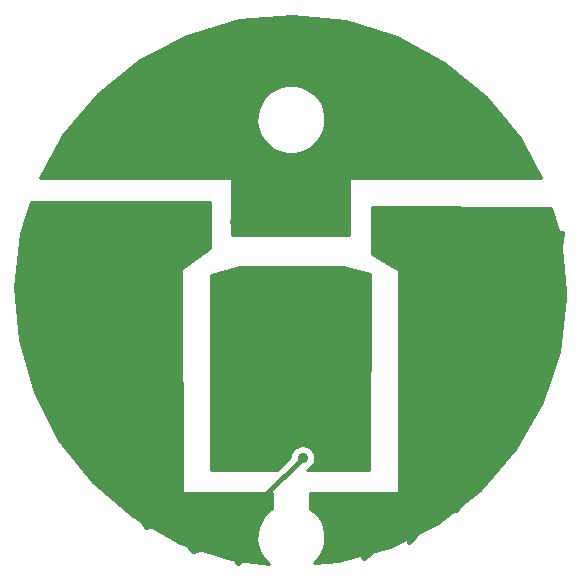
<source format=gbl>
%FSLAX34Y34*%
G04 Gerber Fmt 3.4, Leading zero omitted, Abs format*
G04 (created by PCBNEW (2014-jan-25)-product) date Wed 23 Sep 2015 02:14:26 PM EDT*
%MOIN*%
G01*
G70*
G90*
G04 APERTURE LIST*
%ADD10C,0.005906*%
%ADD11C,0.030000*%
%ADD12R,0.170000X0.170000*%
%ADD13C,0.035000*%
%ADD14C,0.250000*%
%ADD15R,0.400000X0.094000*%
%ADD16C,0.016000*%
%ADD17C,0.010000*%
G04 APERTURE END LIST*
G54D10*
G54D11*
X33133Y-23403D03*
X33133Y-22203D03*
X33133Y-22603D03*
X33133Y-23003D03*
X33133Y-21803D03*
X33133Y-21403D03*
X33133Y-21003D03*
X32731Y-21000D03*
X32731Y-21400D03*
X32731Y-21800D03*
X32731Y-23000D03*
X32731Y-22600D03*
X32731Y-22200D03*
X32731Y-23400D03*
X30730Y-23400D03*
X32330Y-23400D03*
X31130Y-23400D03*
X31930Y-23400D03*
X31530Y-23400D03*
X30730Y-22200D03*
X32330Y-22200D03*
X31130Y-22200D03*
X31930Y-22200D03*
X31530Y-22200D03*
X31530Y-22600D03*
X31930Y-22600D03*
X31130Y-22600D03*
X32330Y-22600D03*
X30730Y-22600D03*
X31530Y-23000D03*
X31930Y-23000D03*
X31130Y-23000D03*
X32330Y-23000D03*
X30730Y-23000D03*
X30730Y-21800D03*
X32330Y-21800D03*
X31130Y-21800D03*
X31930Y-21800D03*
X31530Y-21800D03*
X30730Y-21400D03*
X32330Y-21400D03*
X31130Y-21400D03*
X31930Y-21400D03*
X31530Y-21400D03*
X31530Y-21000D03*
X31930Y-21000D03*
X31130Y-21000D03*
X32330Y-21000D03*
X30730Y-21000D03*
X18617Y-21000D03*
X18617Y-22200D03*
X18617Y-21800D03*
X18617Y-21400D03*
X18617Y-22600D03*
X18617Y-23000D03*
X18617Y-23400D03*
X19023Y-23400D03*
X19023Y-23000D03*
X19023Y-22600D03*
X19023Y-21400D03*
X19023Y-21800D03*
X19023Y-22200D03*
X19023Y-21000D03*
X21025Y-21000D03*
X19425Y-21000D03*
X20625Y-21000D03*
X19825Y-21000D03*
X20225Y-21000D03*
X21025Y-22200D03*
X19425Y-22200D03*
X20625Y-22200D03*
X19825Y-22200D03*
X20225Y-22200D03*
X20225Y-21800D03*
X19825Y-21800D03*
X20625Y-21800D03*
X19425Y-21800D03*
X21025Y-21800D03*
X20225Y-21400D03*
X19825Y-21400D03*
X20625Y-21400D03*
X19425Y-21400D03*
X21025Y-21400D03*
X21025Y-22600D03*
X19425Y-22600D03*
X20625Y-22600D03*
X19825Y-22600D03*
X20225Y-22600D03*
X21025Y-23000D03*
X19425Y-23000D03*
X20625Y-23000D03*
X19825Y-23000D03*
X20225Y-23000D03*
X20225Y-23400D03*
X19825Y-23400D03*
X20625Y-23400D03*
X19425Y-23400D03*
X21025Y-23400D03*
G54D12*
X26100Y-18900D03*
G54D13*
X25450Y-19550D03*
X25450Y-18250D03*
X26750Y-18250D03*
X26750Y-19550D03*
G54D14*
X33400Y-18900D03*
X18400Y-18900D03*
G54D15*
X25900Y-16600D03*
G54D13*
X24900Y-16600D03*
X24050Y-16600D03*
X26900Y-16600D03*
X27750Y-16600D03*
X28650Y-13500D03*
X29350Y-13500D03*
X30050Y-13500D03*
X30750Y-13500D03*
X31450Y-13500D03*
X32150Y-13500D03*
X32850Y-13500D03*
X23300Y-13500D03*
X22700Y-13500D03*
X22000Y-13500D03*
X21300Y-13500D03*
X20600Y-13500D03*
X19900Y-13500D03*
X19200Y-13500D03*
X28400Y-15000D03*
X33200Y-15000D03*
X32400Y-15000D03*
X31600Y-15000D03*
X30800Y-15000D03*
X30000Y-15000D03*
X29200Y-15000D03*
X18600Y-15000D03*
X23400Y-15000D03*
X22600Y-15000D03*
X21800Y-15000D03*
X21000Y-15000D03*
X20200Y-15000D03*
X19400Y-15000D03*
X23365Y-21950D03*
X24190Y-21950D03*
X24190Y-20855D03*
X23375Y-20860D03*
X27500Y-22450D03*
X28400Y-22450D03*
X28400Y-23700D03*
X27550Y-23700D03*
X26290Y-24480D03*
X17370Y-16150D03*
X18150Y-16150D03*
X18950Y-16150D03*
X19750Y-16150D03*
X20550Y-16150D03*
X21350Y-16150D03*
X22150Y-16150D03*
X23000Y-16100D03*
X17095Y-17315D03*
X16940Y-18350D03*
X16985Y-19560D03*
X17145Y-20595D03*
X17370Y-21500D03*
X17670Y-22340D03*
X18020Y-23150D03*
X18360Y-23820D03*
X18900Y-24480D03*
X19460Y-25090D03*
X20070Y-25690D03*
X20700Y-26205D03*
X21515Y-26640D03*
X22200Y-27075D03*
X23115Y-27435D03*
X23940Y-27660D03*
X24615Y-27570D03*
X24600Y-26700D03*
X24090Y-25860D03*
X25040Y-25840D03*
X23160Y-25875D03*
X22140Y-25770D03*
X22005Y-24735D03*
X22035Y-23805D03*
X22000Y-19690D03*
X21995Y-18780D03*
X22085Y-17890D03*
X22730Y-17550D03*
X23050Y-16870D03*
X30800Y-16910D03*
X28755Y-17025D03*
X29100Y-17760D03*
X29670Y-18195D03*
X29700Y-18900D03*
X29750Y-19775D03*
X29730Y-23710D03*
X29690Y-24740D03*
X29680Y-25750D03*
X28890Y-25780D03*
X28150Y-25790D03*
X27430Y-25800D03*
X26740Y-25820D03*
X27250Y-26680D03*
X27110Y-27700D03*
X28110Y-27510D03*
X28960Y-27290D03*
X29790Y-26940D03*
X30510Y-26550D03*
X31180Y-26110D03*
X31810Y-25600D03*
X32460Y-25000D03*
X33080Y-24270D03*
X29500Y-16270D03*
X30300Y-16270D03*
X31100Y-16270D03*
X31900Y-16270D03*
X32700Y-16270D03*
X33500Y-16270D03*
X34300Y-16270D03*
X34620Y-17060D03*
X34810Y-17910D03*
X34840Y-18840D03*
X34740Y-19950D03*
X34570Y-20940D03*
X34270Y-21860D03*
X33960Y-22710D03*
X33600Y-23530D03*
X28760Y-16270D03*
G54D16*
X28650Y-13500D02*
X29350Y-13500D01*
X30750Y-13500D02*
X30050Y-13500D01*
X32150Y-13500D02*
X31450Y-13500D01*
X23300Y-13500D02*
X22700Y-13500D01*
X21300Y-13500D02*
X22000Y-13500D01*
X19900Y-13500D02*
X20600Y-13500D01*
X31600Y-15000D02*
X32400Y-15000D01*
X30000Y-15000D02*
X30800Y-15000D01*
X29200Y-15000D02*
X28400Y-15000D01*
X23400Y-15000D02*
X22600Y-15000D01*
X21000Y-15000D02*
X21800Y-15000D01*
X19400Y-15000D02*
X20200Y-15000D01*
X24190Y-20855D02*
X24190Y-21950D01*
X28400Y-22450D02*
X27500Y-22450D01*
X27550Y-23700D02*
X28400Y-23700D01*
X25050Y-25720D02*
X25050Y-25850D01*
X26290Y-24480D02*
X25050Y-25720D01*
X18150Y-16150D02*
X17370Y-16150D01*
X19750Y-16150D02*
X18950Y-16150D01*
X21350Y-16150D02*
X20550Y-16150D01*
X23000Y-16100D02*
X22150Y-16150D01*
X17250Y-16695D02*
X17095Y-17315D01*
X16940Y-18350D02*
X16970Y-18380D01*
X16970Y-18380D02*
X16985Y-19560D01*
X17145Y-20595D02*
X17175Y-20955D01*
X17175Y-20955D02*
X17370Y-21500D01*
X17670Y-22340D02*
X17790Y-22740D01*
X17790Y-22740D02*
X18020Y-23150D01*
X18360Y-23820D02*
X18720Y-24320D01*
X18720Y-24320D02*
X18900Y-24480D01*
X19460Y-25090D02*
X20070Y-25670D01*
X20070Y-25670D02*
X20070Y-25690D01*
X20700Y-26205D02*
X21070Y-26790D01*
X21070Y-26790D02*
X21515Y-26640D01*
X22200Y-27075D02*
X22650Y-27580D01*
X22650Y-27580D02*
X23115Y-27435D01*
X23940Y-27660D02*
X24130Y-27960D01*
X24130Y-27960D02*
X24615Y-27570D01*
X24600Y-26700D02*
X24610Y-26690D01*
X24610Y-26690D02*
X24090Y-25860D01*
X25040Y-25840D02*
X25020Y-25860D01*
X25020Y-25860D02*
X23160Y-25875D01*
X22140Y-25770D02*
X22110Y-25740D01*
X22110Y-25740D02*
X22005Y-24735D01*
X22035Y-23805D02*
X22015Y-23785D01*
X22015Y-23785D02*
X22000Y-19690D01*
X21995Y-18780D02*
X22085Y-18690D01*
X22085Y-18690D02*
X22085Y-17890D01*
X22730Y-17550D02*
X23050Y-17230D01*
X23050Y-17230D02*
X23050Y-16870D01*
X17370Y-16150D02*
X17250Y-16695D01*
X30810Y-16920D02*
X30825Y-16920D01*
X30800Y-16910D02*
X30810Y-16920D01*
X28755Y-17415D02*
X28755Y-17025D01*
X29100Y-17760D02*
X28755Y-17415D01*
X29670Y-18870D02*
X29670Y-18195D01*
X29700Y-18900D02*
X29670Y-18870D01*
X29730Y-23710D02*
X29750Y-19775D01*
X29680Y-25750D02*
X29690Y-24740D01*
X28165Y-25805D02*
X28890Y-25780D01*
X28150Y-25790D02*
X28165Y-25805D01*
X26755Y-25805D02*
X27430Y-25800D01*
X26740Y-25820D02*
X26755Y-25805D01*
X27125Y-27685D02*
X27250Y-26680D01*
X27110Y-27700D02*
X27125Y-27685D01*
X28335Y-27825D02*
X28110Y-27510D01*
X28960Y-27290D02*
X28335Y-27825D01*
X29840Y-27270D02*
X29790Y-26940D01*
X30510Y-26550D02*
X29840Y-27270D01*
X31395Y-26225D02*
X31180Y-26110D01*
X31810Y-25600D02*
X31395Y-26225D01*
X32460Y-24915D02*
X32460Y-25000D01*
X33080Y-24270D02*
X32460Y-24915D01*
X29500Y-16270D02*
X28760Y-16270D01*
X30300Y-16270D02*
X31100Y-16270D01*
X31900Y-16270D02*
X32700Y-16270D01*
X33500Y-16270D02*
X34300Y-16270D01*
X34620Y-17060D02*
X34935Y-16985D01*
X34935Y-16985D02*
X34810Y-17910D01*
X34840Y-18840D02*
X34825Y-18855D01*
X34825Y-18855D02*
X34740Y-19950D01*
X34570Y-20940D02*
X34385Y-21430D01*
X34385Y-21430D02*
X34270Y-21860D01*
X33960Y-22710D02*
X33660Y-23300D01*
X33660Y-23300D02*
X33600Y-23530D01*
G54D10*
G36*
X34228Y-15150D02*
X27850Y-15150D01*
X27850Y-17050D01*
X27055Y-17050D01*
X27055Y-13072D01*
X27011Y-12851D01*
X26925Y-12642D01*
X26800Y-12454D01*
X26641Y-12294D01*
X26454Y-12168D01*
X26246Y-12081D01*
X26025Y-12035D01*
X25800Y-12034D01*
X25578Y-12076D01*
X25369Y-12160D01*
X25180Y-12284D01*
X25019Y-12442D01*
X24892Y-12628D01*
X24803Y-12835D01*
X24756Y-13056D01*
X24753Y-13281D01*
X24794Y-13503D01*
X24877Y-13713D01*
X24999Y-13902D01*
X25156Y-14065D01*
X25341Y-14193D01*
X25547Y-14284D01*
X25768Y-14332D01*
X25993Y-14337D01*
X26215Y-14297D01*
X26426Y-14216D01*
X26616Y-14095D01*
X26779Y-13940D01*
X26909Y-13755D01*
X27001Y-13549D01*
X27051Y-13329D01*
X27055Y-13072D01*
X27055Y-17050D01*
X23950Y-17050D01*
X23950Y-15150D01*
X17532Y-15150D01*
X18320Y-13716D01*
X19470Y-12345D01*
X20865Y-11224D01*
X22451Y-10395D01*
X24167Y-9890D01*
X25950Y-9727D01*
X27729Y-9914D01*
X29439Y-10444D01*
X31013Y-11295D01*
X32392Y-12436D01*
X33523Y-13822D01*
X34228Y-15150D01*
X34228Y-15150D01*
G37*
G54D17*
X34228Y-15150D02*
X27850Y-15150D01*
X27850Y-17050D01*
X27055Y-17050D01*
X27055Y-13072D01*
X27011Y-12851D01*
X26925Y-12642D01*
X26800Y-12454D01*
X26641Y-12294D01*
X26454Y-12168D01*
X26246Y-12081D01*
X26025Y-12035D01*
X25800Y-12034D01*
X25578Y-12076D01*
X25369Y-12160D01*
X25180Y-12284D01*
X25019Y-12442D01*
X24892Y-12628D01*
X24803Y-12835D01*
X24756Y-13056D01*
X24753Y-13281D01*
X24794Y-13503D01*
X24877Y-13713D01*
X24999Y-13902D01*
X25156Y-14065D01*
X25341Y-14193D01*
X25547Y-14284D01*
X25768Y-14332D01*
X25993Y-14337D01*
X26215Y-14297D01*
X26426Y-14216D01*
X26616Y-14095D01*
X26779Y-13940D01*
X26909Y-13755D01*
X27001Y-13549D01*
X27051Y-13329D01*
X27055Y-13072D01*
X27055Y-17050D01*
X23950Y-17050D01*
X23950Y-15150D01*
X17532Y-15150D01*
X18320Y-13716D01*
X19470Y-12345D01*
X20865Y-11224D01*
X22451Y-10395D01*
X24167Y-9890D01*
X25950Y-9727D01*
X27729Y-9914D01*
X29439Y-10444D01*
X31013Y-11295D01*
X32392Y-12436D01*
X33523Y-13822D01*
X34228Y-15150D01*
G54D10*
G36*
X28549Y-18338D02*
X28520Y-24875D01*
X26446Y-24875D01*
X26482Y-24861D01*
X26552Y-24816D01*
X26613Y-24759D01*
X26661Y-24690D01*
X26695Y-24614D01*
X26713Y-24533D01*
X26715Y-24438D01*
X26698Y-24356D01*
X26667Y-24279D01*
X26620Y-24210D01*
X26562Y-24150D01*
X26493Y-24104D01*
X26416Y-24072D01*
X26334Y-24055D01*
X26251Y-24054D01*
X26169Y-24070D01*
X26092Y-24101D01*
X26022Y-24147D01*
X25962Y-24205D01*
X25915Y-24274D01*
X25882Y-24350D01*
X25865Y-24432D01*
X25865Y-24437D01*
X25428Y-24875D01*
X23225Y-24875D01*
X23249Y-18387D01*
X24207Y-18100D01*
X27643Y-18100D01*
X28549Y-18338D01*
X28549Y-18338D01*
G37*
G54D17*
X28549Y-18338D02*
X28520Y-24875D01*
X26446Y-24875D01*
X26482Y-24861D01*
X26552Y-24816D01*
X26613Y-24759D01*
X26661Y-24690D01*
X26695Y-24614D01*
X26713Y-24533D01*
X26715Y-24438D01*
X26698Y-24356D01*
X26667Y-24279D01*
X26620Y-24210D01*
X26562Y-24150D01*
X26493Y-24104D01*
X26416Y-24072D01*
X26334Y-24055D01*
X26251Y-24054D01*
X26169Y-24070D01*
X26092Y-24101D01*
X26022Y-24147D01*
X25962Y-24205D01*
X25915Y-24274D01*
X25882Y-24350D01*
X25865Y-24432D01*
X25865Y-24437D01*
X25428Y-24875D01*
X23225Y-24875D01*
X23249Y-18387D01*
X24207Y-18100D01*
X27643Y-18100D01*
X28549Y-18338D01*
G54D10*
G36*
X35055Y-18897D02*
X35051Y-19153D01*
X34827Y-20928D01*
X34262Y-22626D01*
X33378Y-24182D01*
X32209Y-25537D01*
X30799Y-26638D01*
X29201Y-27445D01*
X27478Y-27926D01*
X26659Y-27990D01*
X26779Y-27875D01*
X26909Y-27690D01*
X27001Y-27484D01*
X27051Y-27264D01*
X27055Y-27007D01*
X27011Y-26786D01*
X26925Y-26577D01*
X26800Y-26389D01*
X26641Y-26229D01*
X26540Y-26161D01*
X26540Y-25640D01*
X29500Y-25640D01*
X29500Y-18221D01*
X28600Y-17671D01*
X28600Y-16100D01*
X34586Y-16141D01*
X34880Y-17116D01*
X35055Y-18897D01*
X35055Y-18897D01*
G37*
G54D17*
X35055Y-18897D02*
X35051Y-19153D01*
X34827Y-20928D01*
X34262Y-22626D01*
X33378Y-24182D01*
X32209Y-25537D01*
X30799Y-26638D01*
X29201Y-27445D01*
X27478Y-27926D01*
X26659Y-27990D01*
X26779Y-27875D01*
X26909Y-27690D01*
X27001Y-27484D01*
X27051Y-27264D01*
X27055Y-27007D01*
X27011Y-26786D01*
X26925Y-26577D01*
X26800Y-26389D01*
X26641Y-26229D01*
X26540Y-26161D01*
X26540Y-25640D01*
X29500Y-25640D01*
X29500Y-18221D01*
X28600Y-17671D01*
X28600Y-16100D01*
X34586Y-16141D01*
X34880Y-17116D01*
X35055Y-18897D01*
G54D10*
G36*
X25260Y-26167D02*
X25180Y-26219D01*
X25019Y-26377D01*
X24892Y-26563D01*
X24803Y-26770D01*
X24756Y-26991D01*
X24753Y-27216D01*
X24794Y-27438D01*
X24877Y-27648D01*
X24999Y-27837D01*
X25156Y-28000D01*
X25156Y-28000D01*
X23917Y-27852D01*
X22215Y-27299D01*
X20652Y-26426D01*
X19290Y-25266D01*
X18178Y-23864D01*
X17360Y-22272D01*
X16867Y-20552D01*
X16717Y-18768D01*
X16917Y-16990D01*
X17247Y-15950D01*
X23200Y-15950D01*
X23200Y-17474D01*
X22249Y-18174D01*
X22260Y-25640D01*
X25260Y-25640D01*
X25260Y-26167D01*
X25260Y-26167D01*
G37*
G54D17*
X25260Y-26167D02*
X25180Y-26219D01*
X25019Y-26377D01*
X24892Y-26563D01*
X24803Y-26770D01*
X24756Y-26991D01*
X24753Y-27216D01*
X24794Y-27438D01*
X24877Y-27648D01*
X24999Y-27837D01*
X25156Y-28000D01*
X25156Y-28000D01*
X23917Y-27852D01*
X22215Y-27299D01*
X20652Y-26426D01*
X19290Y-25266D01*
X18178Y-23864D01*
X17360Y-22272D01*
X16867Y-20552D01*
X16717Y-18768D01*
X16917Y-16990D01*
X17247Y-15950D01*
X23200Y-15950D01*
X23200Y-17474D01*
X22249Y-18174D01*
X22260Y-25640D01*
X25260Y-25640D01*
X25260Y-26167D01*
M02*

</source>
